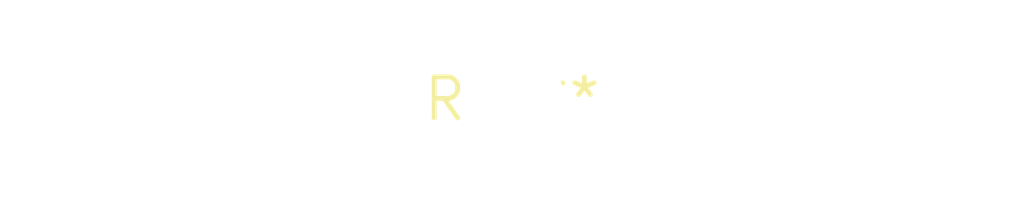
<source format=kicad_pcb>
(kicad_pcb (version 20240108) (generator pcbnew)
  (layers (0 "F.Cu" signal) (31 "B.Cu" signal) (34 "B.Paste" user) (35 "F.Paste" user) (36 "B.SilkS" user "B.Silkscreen") (37 "F.SilkS" user "F.Silkscreen") (38 "B.Mask" user) (39 "F.Mask" user) (44 "Edge.Cuts" user))
  (net 0 "")
  (footprint "MountingHole_3.2mm_M3_DIN965" (layer "F.Cu") (at 0 0)
    (property "Reference" "REF**")
    (property "Value" "MountingHole_3.2mm_M3_DIN965")
    (pad "" np_thru_hole circle (at 0 0) (size 3.2 3.2) (drill 3.2) (layers *.Cu *.Mask))
  )
)
</source>
